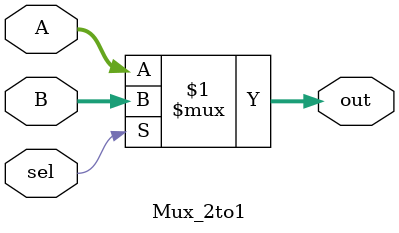
<source format=sv>


module Mux_2to1 #(parameter WIDTH = 32) 
	(input logic [WIDTH-1:0] A
	, input logic [WIDTH-1:0] B
	, input logic sel
	, output logic [WIDTH-1:0] out
	);

	assign out = sel ? B:A;
    
endmodule

</source>
